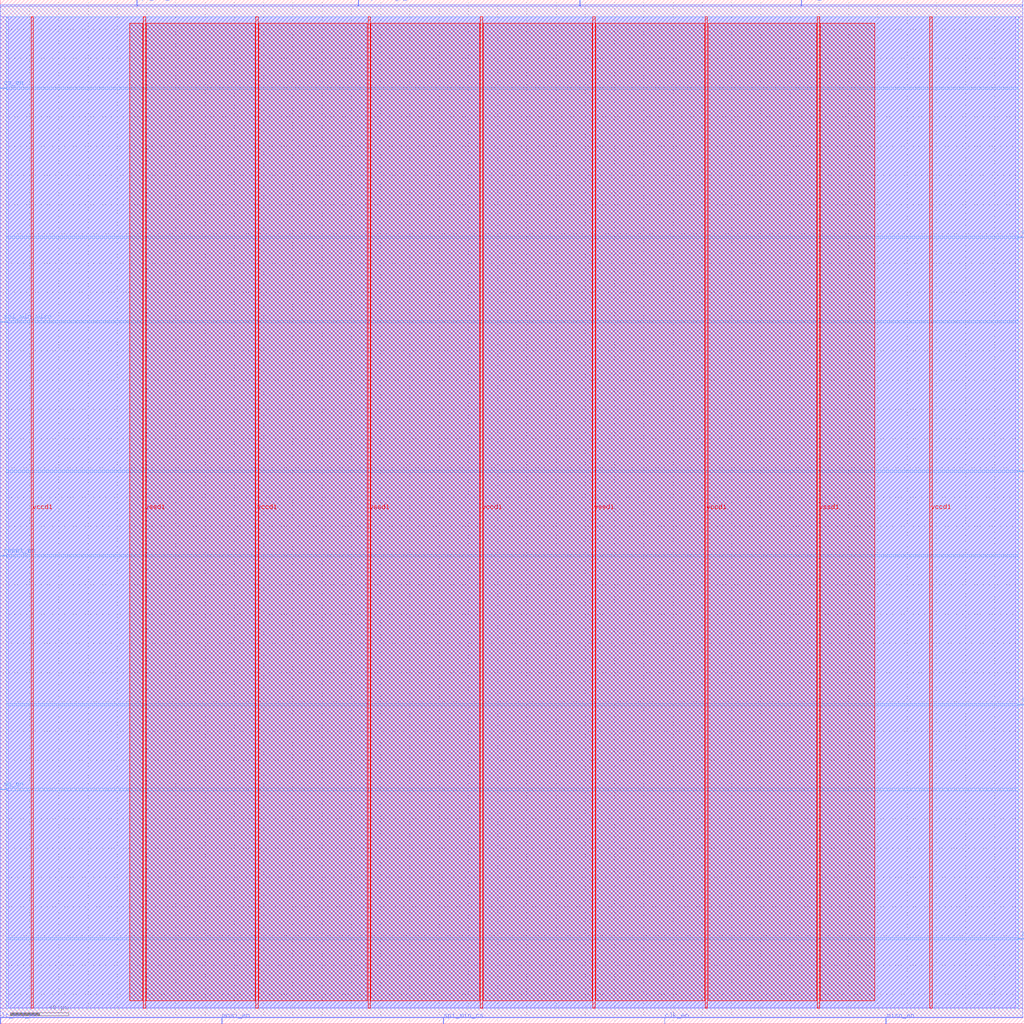
<source format=lef>
VERSION 5.7 ;
  NOWIREEXTENSIONATPIN ON ;
  DIVIDERCHAR "/" ;
  BUSBITCHARS "[]" ;
MACRO grp_17_SPI_TapeOutBlockRTL_32bits_5entries
  CLASS BLOCK ;
  FOREIGN grp_17_SPI_TapeOutBlockRTL_32bits_5entries ;
  ORIGIN 0.000 0.000 ;
  SIZE 700.000 BY 700.000 ;
  PIN adapter_parity
    DIRECTION OUTPUT TRISTATE ;
    USE SIGNAL ;
    PORT
      LAYER met3 ;
        RECT 696.000 57.840 700.000 58.440 ;
    END
  END adapter_parity
  PIN ap_en
    DIRECTION OUTPUT TRISTATE ;
    USE SIGNAL ;
    PORT
      LAYER met3 ;
        RECT 696.000 537.240 700.000 537.840 ;
    END
  END ap_en
  PIN clk
    DIRECTION INPUT ;
    USE SIGNAL ;
    PORT
      LAYER met2 ;
        RECT 396.150 696.000 396.430 700.000 ;
    END
  END clk
  PIN clk_en
    DIRECTION OUTPUT TRISTATE ;
    USE SIGNAL ;
    PORT
      LAYER met2 ;
        RECT 454.110 0.000 454.390 4.000 ;
    END
  END clk_en
  PIN cs_en
    DIRECTION OUTPUT TRISTATE ;
    USE SIGNAL ;
    PORT
      LAYER met3 ;
        RECT 0.000 639.240 4.000 639.840 ;
    END
  END cs_en
  PIN loopthrough_sel
    DIRECTION INPUT ;
    USE SIGNAL ;
    PORT
      LAYER met2 ;
        RECT 244.810 696.000 245.090 700.000 ;
    END
  END loopthrough_sel
  PIN lt_sel_en
    DIRECTION OUTPUT TRISTATE ;
    USE SIGNAL ;
    PORT
      LAYER met2 ;
        RECT 0.090 0.000 0.370 4.000 ;
    END
  END lt_sel_en
  PIN minion_parity
    DIRECTION OUTPUT TRISTATE ;
    USE SIGNAL ;
    PORT
      LAYER met2 ;
        RECT 698.830 696.000 699.110 700.000 ;
    END
  END minion_parity
  PIN miso_en
    DIRECTION OUTPUT TRISTATE ;
    USE SIGNAL ;
    PORT
      LAYER met2 ;
        RECT 605.450 0.000 605.730 4.000 ;
    END
  END miso_en
  PIN mosi_en
    DIRECTION OUTPUT TRISTATE ;
    USE SIGNAL ;
    PORT
      LAYER met2 ;
        RECT 151.430 0.000 151.710 4.000 ;
    END
  END mosi_en
  PIN mp_en
    DIRECTION OUTPUT TRISTATE ;
    USE SIGNAL ;
    PORT
      LAYER met3 ;
        RECT 0.000 159.840 4.000 160.440 ;
    END
  END mp_en
  PIN reset
    DIRECTION INPUT ;
    USE SIGNAL ;
    PORT
      LAYER met3 ;
        RECT 696.000 377.440 700.000 378.040 ;
    END
  END reset
  PIN reset_en
    DIRECTION OUTPUT TRISTATE ;
    USE SIGNAL ;
    PORT
      LAYER met3 ;
        RECT 0.000 319.640 4.000 320.240 ;
    END
  END reset_en
  PIN sclk_en
    DIRECTION OUTPUT TRISTATE ;
    USE SIGNAL ;
    PORT
      LAYER met2 ;
        RECT 547.490 696.000 547.770 700.000 ;
    END
  END sclk_en
  PIN spi_min_cs
    DIRECTION INPUT ;
    USE SIGNAL ;
    PORT
      LAYER met2 ;
        RECT 302.770 0.000 303.050 4.000 ;
    END
  END spi_min_cs
  PIN spi_min_miso
    DIRECTION OUTPUT TRISTATE ;
    USE SIGNAL ;
    PORT
      LAYER met3 ;
        RECT 0.000 479.440 4.000 480.040 ;
    END
  END spi_min_miso
  PIN spi_min_mosi
    DIRECTION INPUT ;
    USE SIGNAL ;
    PORT
      LAYER met2 ;
        RECT 93.470 696.000 93.750 700.000 ;
    END
  END spi_min_mosi
  PIN spi_min_sclk
    DIRECTION INPUT ;
    USE SIGNAL ;
    PORT
      LAYER met3 ;
        RECT 696.000 217.640 700.000 218.240 ;
    END
  END spi_min_sclk
  PIN vccd1
    DIRECTION INPUT ;
    USE POWER ;
    PORT
      LAYER met4 ;
        RECT 21.040 10.640 22.640 688.400 ;
    END
    PORT
      LAYER met4 ;
        RECT 174.640 10.640 176.240 688.400 ;
    END
    PORT
      LAYER met4 ;
        RECT 328.240 10.640 329.840 688.400 ;
    END
    PORT
      LAYER met4 ;
        RECT 481.840 10.640 483.440 688.400 ;
    END
    PORT
      LAYER met4 ;
        RECT 635.440 10.640 637.040 688.400 ;
    END
  END vccd1
  PIN vssd1
    DIRECTION INPUT ;
    USE GROUND ;
    PORT
      LAYER met4 ;
        RECT 97.840 10.640 99.440 688.400 ;
    END
    PORT
      LAYER met4 ;
        RECT 251.440 10.640 253.040 688.400 ;
    END
    PORT
      LAYER met4 ;
        RECT 405.040 10.640 406.640 688.400 ;
    END
    PORT
      LAYER met4 ;
        RECT 558.640 10.640 560.240 688.400 ;
    END
  END vssd1
  OBS
      LAYER li1 ;
        RECT 5.520 10.795 694.140 688.245 ;
      LAYER met1 ;
        RECT 0.070 10.640 699.130 688.400 ;
      LAYER met2 ;
        RECT 0.100 695.720 93.190 696.730 ;
        RECT 94.030 695.720 244.530 696.730 ;
        RECT 245.370 695.720 395.870 696.730 ;
        RECT 396.710 695.720 547.210 696.730 ;
        RECT 548.050 695.720 698.550 696.730 ;
        RECT 0.100 4.280 699.100 695.720 ;
        RECT 0.650 4.000 151.150 4.280 ;
        RECT 151.990 4.000 302.490 4.280 ;
        RECT 303.330 4.000 453.830 4.280 ;
        RECT 454.670 4.000 605.170 4.280 ;
        RECT 606.010 4.000 699.100 4.280 ;
      LAYER met3 ;
        RECT 4.000 640.240 696.000 688.325 ;
        RECT 4.400 638.840 696.000 640.240 ;
        RECT 4.000 538.240 696.000 638.840 ;
        RECT 4.000 536.840 695.600 538.240 ;
        RECT 4.000 480.440 696.000 536.840 ;
        RECT 4.400 479.040 696.000 480.440 ;
        RECT 4.000 378.440 696.000 479.040 ;
        RECT 4.000 377.040 695.600 378.440 ;
        RECT 4.000 320.640 696.000 377.040 ;
        RECT 4.400 319.240 696.000 320.640 ;
        RECT 4.000 218.640 696.000 319.240 ;
        RECT 4.000 217.240 695.600 218.640 ;
        RECT 4.000 160.840 696.000 217.240 ;
        RECT 4.400 159.440 696.000 160.840 ;
        RECT 4.000 58.840 696.000 159.440 ;
        RECT 4.000 57.440 695.600 58.840 ;
        RECT 4.000 10.715 696.000 57.440 ;
      LAYER met4 ;
        RECT 88.615 15.815 97.440 683.905 ;
        RECT 99.840 15.815 174.240 683.905 ;
        RECT 176.640 15.815 251.040 683.905 ;
        RECT 253.440 15.815 327.840 683.905 ;
        RECT 330.240 15.815 404.640 683.905 ;
        RECT 407.040 15.815 481.440 683.905 ;
        RECT 483.840 15.815 558.240 683.905 ;
        RECT 560.640 15.815 597.705 683.905 ;
  END
END grp_17_SPI_TapeOutBlockRTL_32bits_5entries
END LIBRARY


</source>
